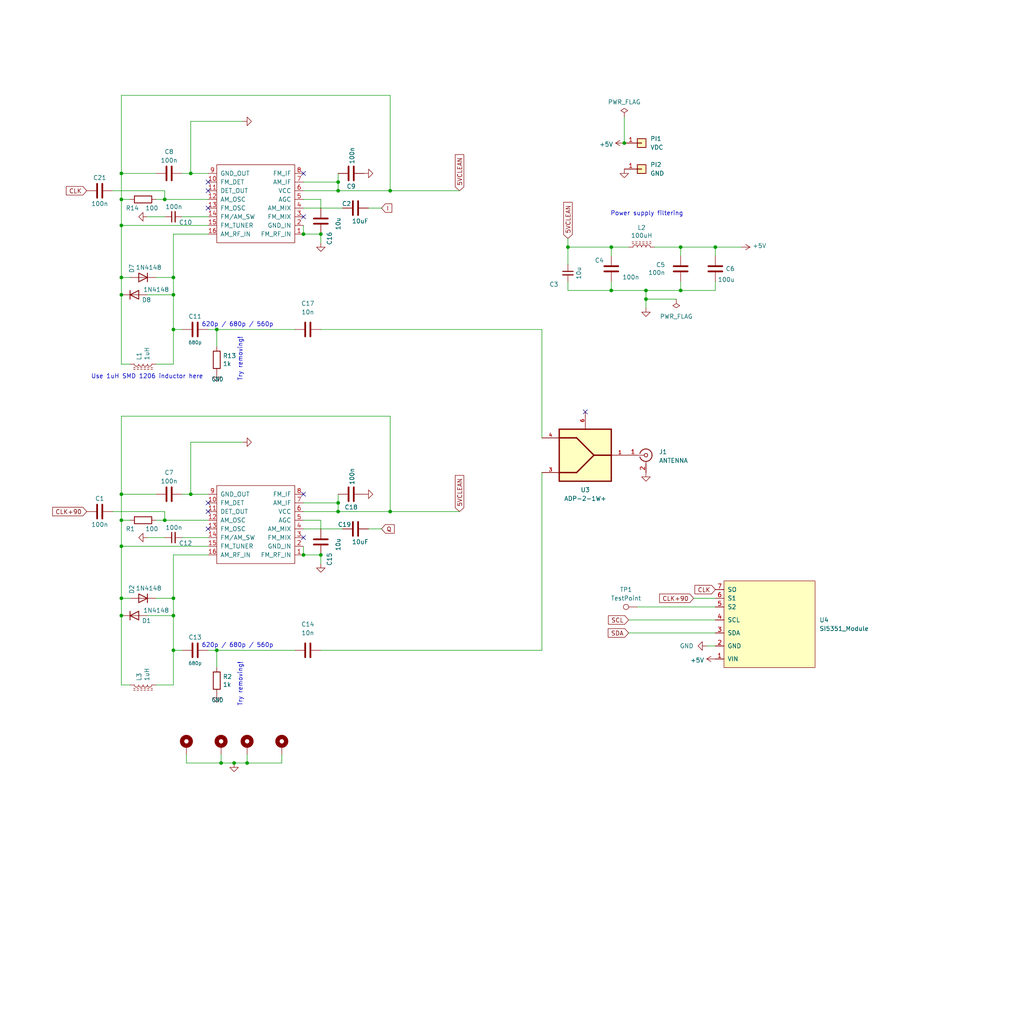
<source format=kicad_sch>
(kicad_sch (version 20230121) (generator eeschema)
  (paper "User" 299.999 299.999)
  (title_block (title "SDR using CD2003 DCRs") (date "2023-09-23") (rev "v1.01") (company "Rafal + Dhiru"))
  (lib_symbols
    (symbol "ADP-2-1W_:ADP-2-1W+" (pin_names (offset 1.016))
      (property "Reference" "U" (at -7.62 11.43 0))
      (property "Value" "ADP-2-1W+" (at -7.62 8.89 0))
      (symbol "ADP-2-1W+_0_0"
        (rectangle (start -7.62 -7.62) (end 7.62 7.62) (stroke (width 0.4064)) (fill (type background)))
        (polyline (pts (xy -7.62 0) (xy -2.54 0)) (stroke (width 0.4064)))
        (polyline (pts (xy 2.54 -5.08) (xy -2.54 0)) (stroke (width 0.4064)))
        (polyline (pts (xy 2.54 5.08) (xy -2.54 0)) (stroke (width 0.4064)))
        (polyline (pts (xy 7.62 -5.08) (xy 2.54 -5.08)) (stroke (width 0.4064)))
        (polyline (pts (xy 7.62 5.08) (xy 2.54 5.08)) (stroke (width 0.4064)))
        (pin passive line (at -12.7 0 0) (length 5.08) (name "~") (number "1"))
        (pin passive line (at 12.7 5.08 180) (length 5.08) (name "~") (number "3"))
        (pin passive line (at 12.7 -5.08 180) (length 5.08) (name "~") (number "4"))
        (pin passive line (at 0 -12.7 90) (length 5.08) (name "~") (number "6"))
      )
    )
    (symbol "Connector:Conn_Coaxial" (pin_names (offset 1.016) hide)
      (property "Reference" "J" (at 0.254 3.048 0))
      (property "Value" "Conn_Coaxial" (at 2.921 0 90))
      (symbol "Conn_Coaxial_0_1"
        (arc (start -1.778 -0.508) (mid 0.2311 -1.8066) (end 1.778 0) (stroke (width 0.254)))
        (polyline (pts (xy -2.54 0) (xy -0.508 0)))
        (polyline (pts (xy 0 -2.54) (xy 0 -1.778)))
        (circle (center 0 0) (radius 0.508) (stroke (width 0.2032)))
        (arc (start 1.778 0) (mid 0.2099 1.8101) (end -1.778 0.508) (stroke (width 0.254)))
      )
      (symbol "Conn_Coaxial_1_1"
        (pin passive line (at -5.08 0 0) (length 2.54) (name "In") (number "1"))
        (pin passive line (at 0 -5.08 90) (length 2.54) (name "Ext") (number "2"))
      )
    )
    (symbol "Connector:TestPoint" (pin_numbers hide) (pin_names (offset 0.762) hide)
      (property "Reference" "TP" (at 0 6.858 0))
      (property "Value" "TestPoint" (at 0 5.08 0))
      (symbol "TestPoint_0_1"
        (circle (center 0 3.302) (radius 0.762))
      )
      (symbol "TestPoint_1_1"
        (pin passive line (at 0 0 90) (length 2.54) (name "1") (number "1"))
      )
    )
    (symbol "Connector_Generic:Conn_01x01" (pin_names (offset 1.016) hide)
      (property "Reference" "J" (at 0 2.54 0))
      (property "Value" "Conn_01x01" (at 0 -2.54 0))
      (symbol "Conn_01x01_1_1"
        (rectangle (start -1.27 0.127) (end 0 -0.127) (stroke (width 0.1524)))
        (rectangle (start -1.27 1.27) (end 1.27 -1.27) (stroke (width 0.254)) (fill (type background)))
        (pin passive line (at -5.08 0 0) (length 3.81) (name "Pin_1") (number "1"))
      )
    )
    (symbol "D_1" (pin_numbers hide) (pin_names (offset 1.016) hide)
      (property "Reference" "D" (at 0 2.54 0))
      (property "Value" "D" (at 0 -2.54 0))
      (symbol "D_1_0_1"
        (polyline (pts (xy -1.27 1.27) (xy -1.27 -1.27)) (stroke (width 0.254)))
        (polyline (pts (xy 1.27 0) (xy -1.27 0)))
        (polyline (pts (xy 1.27 1.27) (xy 1.27 -1.27) (xy -1.27 0) (xy 1.27 1.27)) (stroke (width 0.254)))
      )
      (symbol "D_1_1_1"
        (pin passive line (at -3.81 0 0) (length 2.54) (name "K") (number "1"))
        (pin passive line (at 3.81 0 180) (length 2.54) (name "A") (number "2"))
      )
    )
    (symbol "Device:C" (pin_numbers hide) (pin_names (offset 0.254))
      (property "Reference" "C" (at 0.635 2.54 0))
      (property "Value" "C" (at 0.635 -2.54 0))
      (symbol "C_0_1"
        (polyline (pts (xy -2.032 -0.762) (xy 2.032 -0.762)) (stroke (width 0.508)))
        (polyline (pts (xy -2.032 0.762) (xy 2.032 0.762)) (stroke (width 0.508)))
      )
      (symbol "C_1_1"
        (pin passive line (at 0 3.81 270) (length 2.794) (name "~") (number "1"))
        (pin passive line (at 0 -3.81 90) (length 2.794) (name "~") (number "2"))
      )
    )
    (symbol "Device:C_Small" (pin_numbers hide) (pin_names (offset 0.254) hide)
      (property "Reference" "C" (at 0.254 1.778 0))
      (property "Value" "C_Small" (at 0.254 -2.032 0))
      (symbol "C_Small_0_1"
        (polyline (pts (xy -1.524 -0.508) (xy 1.524 -0.508)) (stroke (width 0.3302)))
        (polyline (pts (xy -1.524 0.508) (xy 1.524 0.508)) (stroke (width 0.3048)))
      )
      (symbol "C_Small_1_1"
        (pin passive line (at 0 2.54 270) (length 2.032) (name "~") (number "1"))
        (pin passive line (at 0 -2.54 90) (length 2.032) (name "~") (number "2"))
      )
    )
    (symbol "Device:D" (pin_numbers hide) (pin_names (offset 1.016) hide)
      (property "Reference" "D" (at 0 2.54 0))
      (property "Value" "D" (at 0 -2.54 0))
      (symbol "D_0_1"
        (polyline (pts (xy -1.27 1.27) (xy -1.27 -1.27)) (stroke (width 0.254)))
        (polyline (pts (xy 1.27 0) (xy -1.27 0)))
        (polyline (pts (xy 1.27 1.27) (xy 1.27 -1.27) (xy -1.27 0) (xy 1.27 1.27)) (stroke (width 0.254)))
      )
      (symbol "D_1_1"
        (pin passive line (at -3.81 0 0) (length 2.54) (name "K") (number "1"))
        (pin passive line (at 3.81 0 180) (length 2.54) (name "A") (number "2"))
      )
    )
    (symbol "Device:L_Ferrite" (pin_numbers hide) (pin_names (offset 1.016) hide)
      (property "Reference" "L" (at -1.27 0 90))
      (property "Value" "L_Ferrite" (at 2.794 0 90))
      (symbol "L_Ferrite_0_1"
        (arc (start 0 -2.54) (mid 0.6323 -1.905) (end 0 -1.27))
        (arc (start 0 -1.27) (mid 0.6323 -0.635) (end 0 0))
        (polyline (pts (xy 1.016 -2.794) (xy 1.016 -2.286)))
        (polyline (pts (xy 1.016 -1.778) (xy 1.016 -1.27)))
        (polyline (pts (xy 1.016 -0.762) (xy 1.016 -0.254)))
        (polyline (pts (xy 1.016 0.254) (xy 1.016 0.762)))
        (polyline (pts (xy 1.016 1.27) (xy 1.016 1.778)))
        (polyline (pts (xy 1.016 2.286) (xy 1.016 2.794)))
        (polyline (pts (xy 1.524 -2.286) (xy 1.524 -2.794)))
        (polyline (pts (xy 1.524 -1.27) (xy 1.524 -1.778)))
        (polyline (pts (xy 1.524 -0.254) (xy 1.524 -0.762)))
        (polyline (pts (xy 1.524 0.762) (xy 1.524 0.254)))
        (polyline (pts (xy 1.524 1.778) (xy 1.524 1.27)))
        (polyline (pts (xy 1.524 2.794) (xy 1.524 2.286)))
        (arc (start 0 0) (mid 0.6323 0.635) (end 0 1.27))
        (arc (start 0 1.27) (mid 0.6323 1.905) (end 0 2.54))
      )
      (symbol "L_Ferrite_1_1"
        (pin passive line (at 0 3.81 270) (length 1.27) (name "1") (number "1"))
        (pin passive line (at 0 -3.81 90) (length 1.27) (name "2") (number "2"))
      )
    )
    (symbol "Device:R" (pin_numbers hide) (pin_names (offset 0))
      (property "Reference" "R" (at 2.032 0 90))
      (property "Value" "R" (at 0 0 90))
      (symbol "R_0_1"
        (rectangle (start -1.016 -2.54) (end 1.016 2.54) (stroke (width 0.254)))
      )
      (symbol "R_1_1"
        (pin passive line (at 0 3.81 270) (length 1.27) (name "~") (number "1"))
        (pin passive line (at 0 -3.81 90) (length 1.27) (name "~") (number "2"))
      )
    )
    (symbol "Mechanical:MountingHole_Pad" (pin_numbers hide) (pin_names (offset 1.016) hide)
      (property "Reference" "H" (at 0 6.35 0))
      (property "Value" "MountingHole_Pad" (at 0 4.445 0))
      (symbol "MountingHole_Pad_0_1"
        (circle (center 0 1.27) (radius 1.27) (stroke (width 1.27)))
      )
      (symbol "MountingHole_Pad_1_1"
        (pin input line (at 0 -2.54 90) (length 2.54) (name "1") (number "1"))
      )
    )
    (symbol "PCM_4ms_Power-symbol:PWR_FLAG" (power) (pin_numbers hide) (pin_names (offset 0) hide)
      (property "Value" "PWR_FLAG" (at 0 3.81 0))
      (symbol "PWR_FLAG_0_0"
        (pin power_out line (at 0 0 90) (length 0) (name "pwr") (number "1"))
      )
      (symbol "PWR_FLAG_0_1"
        (polyline (pts (xy 0 0) (xy 0 1.27) (xy -1.016 1.905) (xy 0 2.54) (xy 1.016 1.905) (xy 0 1.27)))
      )
    )
    (symbol "cd2003gb_gp_fixed:CD2003GB_GP_Fixed" (pin_names (offset 1.016))
      (symbol "CD2003GB_GP_Fixed_0_1"
        (rectangle (start -11.43 17.78) (end 11.43 -5.08))
      )
      (symbol "CD2003GB_GP_Fixed_1_1"
        (pin input line (at -8.89 -7.62 90) (length 2.54) (name "FM_RF_IN") (number "1"))
        (pin input line (at 6.35 20.32 270) (length 2.54) (name "FM_DET") (number "10"))
        (pin input line (at 3.81 20.32 270) (length 2.54) (name "DET_OUT") (number "11"))
        (pin input line (at 1.27 20.32 270) (length 2.54) (name "AM_OSC") (number "12"))
        (pin input line (at -1.27 20.32 270) (length 2.54) (name "FM_OSC") (number "13"))
        (pin input line (at -3.81 20.32 270) (length 2.54) (name "FM/AM_SW") (number "14"))
        (pin input line (at -6.35 20.32 270) (length 2.54) (name "FM_TUNER") (number "15"))
        (pin input line (at -8.89 20.32 270) (length 2.54) (name "AM_RF_IN") (number "16"))
        (pin input line (at -6.35 -7.62 90) (length 2.54) (name "GND_IN") (number "2"))
        (pin input line (at -3.81 -7.62 90) (length 2.54) (name "FM_MIX") (number "3"))
        (pin input line (at -1.27 -7.62 90) (length 2.54) (name "AM_MIX") (number "4"))
        (pin passive line (at 1.27 -7.62 90) (length 2.54) (name "AGC") (number "5"))
        (pin input line (at 3.81 -7.62 90) (length 2.54) (name "VCC") (number "6"))
        (pin input line (at 6.35 -7.62 90) (length 2.54) (name "AM_IF") (number "7"))
        (pin input line (at 8.89 -7.62 90) (length 2.54) (name "FM_IF") (number "8"))
        (pin input line (at 8.89 20.32 270) (length 2.54) (name "GND_OUT") (number "9"))
      )
    )
    (symbol "power:+5V" (power) (pin_names (offset 0))
      (property "Value" "+5V" (at 0 3.556 0))
      (symbol "+5V_0_1"
        (polyline (pts (xy -0.762 1.27) (xy 0 2.54)))
        (polyline (pts (xy 0 0) (xy 0 2.54)))
        (polyline (pts (xy 0 2.54) (xy 0.762 1.27)))
      )
      (symbol "+5V_1_1"
        (pin power_in line (at 0 0 90) (length 0) hide (name "+5V") (number "1"))
      )
    )
    (symbol "power:GND" (power) (pin_names (offset 0))
      (property "Value" "GND" (at 0 -3.81 0))
      (symbol "GND_0_1"
        (polyline (pts (xy 0 0) (xy 0 -1.27) (xy 1.27 -1.27) (xy 0 -2.54) (xy -1.27 -1.27) (xy 0 -1.27)))
      )
      (symbol "GND_1_1"
        (pin power_in line (at 0 0 270) (length 0) hide (name "GND") (number "1"))
      )
    )
    (symbol "power:PWR_FLAG" (power) (pin_numbers hide) (pin_names (offset 0) hide)
      (property "Value" "PWR_FLAG" (at 0 3.81 0))
      (symbol "PWR_FLAG_0_0"
        (pin power_out line (at 0 0 90) (length 0) (name "pwr") (number "1"))
      )
      (symbol "PWR_FLAG_0_1"
        (polyline (pts (xy 0 0) (xy 0 1.27) (xy -1.016 1.905) (xy 0 2.54) (xy 1.016 1.905) (xy 0 1.27)))
      )
    )
    (symbol "si535x_module-vfo:SI535X_Module-VFO-ESP-WSPR-PCB-TTL-PA_FINAL-rescue-DIGI_UNO_TX-rescue-DTX-rescue" (pin_names (offset 1.016))
      (property "Reference" "U4" (at -1.27 13.97 0))
      (property "Value" "SI5351_Module" (at 0 -10.795 90))
      (symbol "SI535X_Module-VFO-ESP-WSPR-PCB-TTL-PA_FINAL-rescue-DIGI_UNO_TX-rescue-DTX-rescue_0_1"
        (rectangle (start -12.7 12.7) (end 13.97 -12.7) (fill (type background)))
      )
      (symbol "SI535X_Module-VFO-ESP-WSPR-PCB-TTL-PA_FINAL-rescue-DIGI_UNO_TX-rescue-DTX-rescue_1_1"
        (pin input line (at -15.24 -10.16 0) (length 2.54) (name "VIN") (number "1"))
        (pin input line (at -15.24 -6.35 0) (length 2.54) (name "GND") (number "2"))
        (pin bidirectional line (at -15.24 -2.54 0) (length 2.54) (name "SDA") (number "3"))
        (pin bidirectional line (at -15.24 1.27 0) (length 2.54) (name "SCL") (number "4"))
        (pin output line (at -15.24 5.08 0) (length 2.54) (name "S2") (number "5"))
        (pin output line (at -15.24 7.62 0) (length 2.54) (name "S1") (number "6"))
        (pin output line (at -15.24 10.16 0) (length 2.54) (name "SO") (number "7"))
      )
    )
  )
  (junction (at 50.8 86.36))
  (junction (at 88.9 162.56))
  (junction (at 114.3 149.86))
  (junction (at 35.56 180.34))
  (junction (at 93.98 162.56))
  (junction (at 182.88 41.91))
  (junction (at 50.8 96.52))
  (junction (at 48.26 152.4))
  (junction (at 50.8 180.34))
  (junction (at 88.9 68.58))
  (junction (at 199.39 72.39))
  (junction (at 50.8 81.28))
  (junction (at 50.8 175.26))
  (junction (at 189.23 85.09))
  (junction (at 179.07 72.39))
  (junction (at 72.39 223.52))
  (junction (at 48.26 58.42))
  (junction (at 99.06 53.34))
  (junction (at 99.06 149.86))
  (junction (at 35.56 86.36))
  (junction (at 55.88 50.8))
  (junction (at 93.98 68.58))
  (junction (at 99.06 55.88))
  (junction (at 166.37 72.39))
  (junction (at 209.55 72.39))
  (junction (at 114.3 55.88))
  (junction (at 63.5 190.5))
  (junction (at 55.88 144.78))
  (junction (at 35.56 175.26))
  (junction (at 99.06 147.32))
  (junction (at 199.39 85.09))
  (junction (at 68.58 223.52))
  (junction (at 64.77 223.52))
  (junction (at 50.8 190.5))
  (junction (at 179.07 85.09))
  (junction (at 35.56 66.04))
  (junction (at 35.56 50.8))
  (junction (at 35.56 58.42))
  (junction (at 63.5 96.52))
  (junction (at 189.23 87.63))
  (junction (at 35.56 160.02))
  (junction (at 35.56 144.78))
  (junction (at 35.56 81.28))
  (junction (at 35.56 152.4))
  (no_connect (at 60.96 149.86))
  (no_connect (at 60.96 60.96))
  (no_connect (at 88.9 63.5))
  (no_connect (at 60.96 55.88))
  (no_connect (at 88.9 157.48))
  (no_connect (at 60.96 147.32))
  (no_connect (at 171.45 120.65))
  (no_connect (at 60.96 53.34))
  (no_connect (at 88.9 144.78))
  (no_connect (at 60.96 154.94))
  (no_connect (at 88.9 50.8))
  (wire (pts (xy 35.56 152.4) (xy 35.56 144.78)))
  (wire (pts (xy 63.5 190.5) (xy 86.36 190.5)))
  (wire (pts (xy 64.77 223.52) (xy 68.58 223.52)))
  (wire (pts (xy 38.1 200.66) (xy 35.56 200.66)))
  (wire (pts (xy 182.88 34.29) (xy 182.88 41.91)))
  (wire (pts (xy 93.98 162.56) (xy 93.98 165.1)))
  (wire (pts (xy 50.8 162.56) (xy 50.8 175.26)))
  (wire (pts (xy 50.8 96.52) (xy 53.34 96.52)))
  (wire (pts (xy 53.34 50.8) (xy 55.88 50.8)))
  (wire (pts (xy 60.96 96.52) (xy 63.5 96.52)))
  (wire (pts (xy 179.07 85.09) (xy 189.23 85.09)))
  (wire (pts (xy 45.72 81.28) (xy 50.8 81.28)))
  (wire (pts (xy 99.06 147.32) (xy 99.06 149.86)))
  (wire (pts (xy 63.5 101.6) (xy 63.5 96.52)))
  (wire (pts (xy 158.75 96.52) (xy 158.75 128.27)))
  (wire (pts (xy 93.98 68.58) (xy 93.98 71.12)))
  (wire (pts (xy 114.3 55.88) (xy 134.62 55.88)))
  (wire (pts (xy 72.39 220.98) (xy 72.39 223.52)))
  (wire (pts (xy 53.34 157.48) (xy 60.96 157.48)))
  (wire (pts (xy 184.15 181.61) (xy 209.55 181.61)))
  (wire (pts (xy 43.18 157.48) (xy 48.26 157.48)))
  (wire (pts (xy 209.55 177.8) (xy 186.69 177.8)))
  (wire (pts (xy 35.56 160.02) (xy 35.56 175.26)))
  (wire (pts (xy 166.37 72.39) (xy 166.37 77.47)))
  (wire (pts (xy 209.55 82.55) (xy 209.55 85.09)))
  (wire (pts (xy 54.61 223.52) (xy 64.77 223.52)))
  (wire (pts (xy 38.1 81.28) (xy 35.56 81.28)))
  (wire (pts (xy 35.56 121.92) (xy 114.3 121.92)))
  (wire (pts (xy 55.88 50.8) (xy 55.88 35.56)))
  (wire (pts (xy 184.15 185.42) (xy 209.55 185.42)))
  (wire (pts (xy 88.9 154.94) (xy 100.33 154.94)))
  (wire (pts (xy 55.88 35.56) (xy 71.12 35.56)))
  (wire (pts (xy 166.37 72.39) (xy 179.07 72.39)))
  (wire (pts (xy 43.18 180.34) (xy 50.8 180.34)))
  (wire (pts (xy 166.37 82.55) (xy 166.37 85.09)))
  (wire (pts (xy 88.9 60.96) (xy 100.33 60.96)))
  (wire (pts (xy 45.72 152.4) (xy 48.26 152.4)))
  (wire (pts (xy 93.98 190.5) (xy 158.75 190.5)))
  (wire (pts (xy 48.26 149.86) (xy 48.26 152.4)))
  (wire (pts (xy 114.3 121.92) (xy 114.3 149.86)))
  (wire (pts (xy 189.23 85.09) (xy 199.39 85.09)))
  (wire (pts (xy 93.98 96.52) (xy 158.75 96.52)))
  (wire (pts (xy 209.55 72.39) (xy 217.17 72.39)))
  (wire (pts (xy 35.56 50.8) (xy 45.72 50.8)))
  (wire (pts (xy 60.96 50.8) (xy 55.88 50.8)))
  (wire (pts (xy 38.1 175.26) (xy 35.56 175.26)))
  (wire (pts (xy 199.39 72.39) (xy 199.39 74.93)))
  (wire (pts (xy 207.01 189.23) (xy 209.55 189.23)))
  (wire (pts (xy 99.06 50.8) (xy 99.06 53.34)))
  (wire (pts (xy 53.34 63.5) (xy 60.96 63.5)))
  (wire (pts (xy 88.9 53.34) (xy 99.06 53.34)))
  (wire (pts (xy 45.72 175.26) (xy 50.8 175.26)))
  (wire (pts (xy 99.06 149.86) (xy 114.3 149.86)))
  (wire (pts (xy 114.3 149.86) (xy 134.62 149.86)))
  (wire (pts (xy 209.55 72.39) (xy 209.55 74.93)))
  (wire (pts (xy 199.39 72.39) (xy 209.55 72.39)))
  (wire (pts (xy 54.61 220.98) (xy 54.61 223.52)))
  (wire (pts (xy 50.8 86.36) (xy 50.8 81.28)))
  (wire (pts (xy 60.96 144.78) (xy 55.88 144.78)))
  (wire (pts (xy 35.56 58.42) (xy 35.56 50.8)))
  (wire (pts (xy 99.06 53.34) (xy 99.06 55.88)))
  (wire (pts (xy 179.07 74.93) (xy 179.07 72.39)))
  (wire (pts (xy 50.8 96.52) (xy 50.8 86.36)))
  (wire (pts (xy 35.56 66.04) (xy 35.56 58.42)))
  (wire (pts (xy 50.8 200.66) (xy 45.72 200.66)))
  (wire (pts (xy 50.8 68.58) (xy 60.96 68.58)))
  (wire (pts (xy 43.18 86.36) (xy 50.8 86.36)))
  (wire (pts (xy 88.9 147.32) (xy 99.06 147.32)))
  (wire (pts (xy 114.3 27.94) (xy 114.3 55.88)))
  (wire (pts (xy 43.18 63.5) (xy 48.26 63.5)))
  (wire (pts (xy 35.56 175.26) (xy 35.56 180.34)))
  (wire (pts (xy 50.8 190.5) (xy 50.8 200.66)))
  (wire (pts (xy 68.58 223.52) (xy 72.39 223.52)))
  (wire (pts (xy 88.9 149.86) (xy 99.06 149.86)))
  (wire (pts (xy 35.56 180.34) (xy 35.56 200.66)))
  (wire (pts (xy 199.39 82.55) (xy 199.39 85.09)))
  (wire (pts (xy 35.56 81.28) (xy 35.56 86.36)))
  (wire (pts (xy 35.56 66.04) (xy 60.96 66.04)))
  (wire (pts (xy 35.56 160.02) (xy 35.56 152.4)))
  (wire (pts (xy 88.9 68.58) (xy 93.98 68.58)))
  (wire (pts (xy 203.2 175.26) (xy 209.55 175.26)))
  (wire (pts (xy 35.56 160.02) (xy 60.96 160.02)))
  (wire (pts (xy 35.56 50.8) (xy 35.56 27.94)))
  (wire (pts (xy 63.5 195.58) (xy 63.5 190.5)))
  (wire (pts (xy 64.77 220.98) (xy 64.77 223.52)))
  (wire (pts (xy 55.88 129.54) (xy 71.12 129.54)))
  (wire (pts (xy 48.26 58.42) (xy 60.96 58.42)))
  (wire (pts (xy 88.9 55.88) (xy 99.06 55.88)))
  (wire (pts (xy 38.1 106.68) (xy 35.56 106.68)))
  (wire (pts (xy 107.95 154.94) (xy 111.76 154.94)))
  (wire (pts (xy 50.8 68.58) (xy 50.8 81.28)))
  (wire (pts (xy 48.26 152.4) (xy 60.96 152.4)))
  (wire (pts (xy 179.07 82.55) (xy 179.07 85.09)))
  (wire (pts (xy 53.34 144.78) (xy 55.88 144.78)))
  (wire (pts (xy 35.56 27.94) (xy 114.3 27.94)))
  (wire (pts (xy 38.1 58.42) (xy 35.56 58.42)))
  (wire (pts (xy 189.23 90.17) (xy 189.23 87.63)))
  (wire (pts (xy 50.8 180.34) (xy 50.8 190.5)))
  (wire (pts (xy 60.96 190.5) (xy 63.5 190.5)))
  (wire (pts (xy 45.72 106.68) (xy 50.8 106.68)))
  (wire (pts (xy 166.37 69.85) (xy 166.37 72.39)))
  (wire (pts (xy 35.56 66.04) (xy 35.56 81.28)))
  (wire (pts (xy 99.06 55.88) (xy 114.3 55.88)))
  (wire (pts (xy 189.23 87.63) (xy 198.12 87.63)))
  (wire (pts (xy 50.8 96.52) (xy 50.8 106.68)))
  (wire (pts (xy 35.56 86.36) (xy 35.56 106.68)))
  (wire (pts (xy 166.37 85.09) (xy 179.07 85.09)))
  (wire (pts (xy 33.02 55.88) (xy 48.26 55.88)))
  (wire (pts (xy 50.8 162.56) (xy 60.96 162.56)))
  (wire (pts (xy 93.98 58.42) (xy 93.98 60.96)))
  (wire (pts (xy 93.98 152.4) (xy 93.98 154.94)))
  (wire (pts (xy 99.06 144.78) (xy 99.06 147.32)))
  (wire (pts (xy 88.9 160.02) (xy 88.9 162.56)))
  (wire (pts (xy 45.72 58.42) (xy 48.26 58.42)))
  (wire (pts (xy 199.39 85.09) (xy 209.55 85.09)))
  (wire (pts (xy 55.88 144.78) (xy 55.88 129.54)))
  (wire (pts (xy 48.26 55.88) (xy 48.26 58.42)))
  (wire (pts (xy 35.56 144.78) (xy 45.72 144.78)))
  (wire (pts (xy 82.55 223.52) (xy 82.55 220.98)))
  (wire (pts (xy 88.9 66.04) (xy 88.9 68.58)))
  (wire (pts (xy 179.07 72.39) (xy 184.15 72.39)))
  (wire (pts (xy 191.77 72.39) (xy 199.39 72.39)))
  (wire (pts (xy 88.9 152.4) (xy 93.98 152.4)))
  (wire (pts (xy 50.8 180.34) (xy 50.8 175.26)))
  (wire (pts (xy 88.9 58.42) (xy 93.98 58.42)))
  (wire (pts (xy 63.5 96.52) (xy 86.36 96.52)))
  (wire (pts (xy 38.1 152.4) (xy 35.56 152.4)))
  (wire (pts (xy 88.9 162.56) (xy 93.98 162.56)))
  (wire (pts (xy 189.23 87.63) (xy 189.23 85.09)))
  (wire (pts (xy 35.56 144.78) (xy 35.56 121.92)))
  (wire (pts (xy 50.8 190.5) (xy 53.34 190.5)))
  (wire (pts (xy 158.75 138.43) (xy 158.75 190.5)))
  (wire (pts (xy 33.02 149.86) (xy 48.26 149.86)))
  (wire (pts (xy 72.39 223.52) (xy 82.55 223.52)))
  (wire (pts (xy 107.95 60.96) (xy 111.76 60.96)))
  (text "620p / 680p / 560p" (at 59.055 189.865 0) (effects (font (size 1.27 1.27)) (justify left bottom)))
  (text "Use 1uH SMD 1206 inductor here" (at 26.67 111.125 0) (effects (font (size 1.27 1.27)) (justify left bottom)))
  (text "Power supply filtering" (at 178.816 63.373 0) (effects (font (size 1.27 1.27)) (justify left bottom)))
  (text "620p / 680p / 560p" (at 59.055 95.885 0) (effects (font (size 1.27 1.27)) (justify left bottom)))
  (text "Try removing!" (at 71.12 111.76 90) (effects (font (size 1.27 1.27)) (justify left bottom)))
  (text "Try removing!" (at 71.12 207.01 90) (effects (font (size 1.27 1.27)) (justify left bottom)))
  (global_label "CLK" (shape input) (at 25.4 55.88 180) (property "Intersheetrefs" "${INTERSHEET_REFS}" (effects hide)))
  (global_label "5VCLEAN" (shape input) (at 134.62 149.86 90) (property "Intersheetrefs" "${INTERSHEET_REFS}" (effects hide)))
  (global_label "I" (shape input) (at 111.76 60.96 0) (property "Intersheetrefs" "${INTERSHEET_REFS}" (effects hide)))
  (global_label "CLK+90" (shape input) (at 203.2 175.26 180) (property "Intersheetrefs" "${INTERSHEET_REFS}" (effects hide)))
  (global_label "Q" (shape input) (at 111.76 154.94 0) (property "Intersheetrefs" "${INTERSHEET_REFS}" (effects hide)))
  (global_label "5VCLEAN" (shape input) (at 134.62 55.88 90) (property "Intersheetrefs" "${INTERSHEET_REFS}" (effects hide)))
  (global_label "CLK+90" (shape input) (at 25.4 149.86 180) (property "Intersheetrefs" "${INTERSHEET_REFS}" (effects hide)))
  (global_label "SDA" (shape input) (at 184.15 185.42 180) (property "Intersheetrefs" "${INTERSHEET_REFS}" (effects hide)))
  (global_label "CLK" (shape input) (at 209.55 172.72 180) (property "Intersheetrefs" "${INTERSHEET_REFS}" (effects hide)))
  (global_label "5VCLEAN" (shape input) (at 166.37 69.85 90) (property "Intersheetrefs" "${INTERSHEET_REFS}" (effects hide)))
  (global_label "SCL" (shape input) (at 184.15 181.61 180) (property "Intersheetrefs" "${INTERSHEET_REFS}" (effects hide)))
  (symbol (lib_id "Device:C_Small") (at 50.8 157.48 90) (unit 1)
    (property "Reference" "C12" (at 54.356 159.131 90))
    (property "Value" "100n" (at 50.927 154.559 90))
    (property "Footprint" "Capacitor_SMD:C_1206_3216Metric_Pad1.33x1.80mm_HandSolder" (effects hide))
  )
  (symbol (lib_id "Device:L_Ferrite") (at 41.91 106.68 270) (unit 1)
    (property "Reference" "L1" (at 40.7416 105.5624 0) (effects (justify right)))
    (property "Value" "1uH" (at 43.053 105.5624 0) (effects (justify right)))
    (property "Footprint" "Inductor_SMD:L_1206_3216Metric_Pad1.22x1.90mm_HandSolder" (effects hide))
  )
  (symbol (lib_id "Device:C") (at 29.21 149.86 270) (unit 1)
    (property "Reference" "C1" (at 29.21 146.05 90))
    (property "Value" "100n" (at 29.21 153.67 90))
    (property "Footprint" "Capacitor_SMD:C_1206_3216Metric_Pad1.33x1.80mm_HandSolder" (effects hide))
  )
  (symbol (lib_id "Device:C") (at 104.14 60.96 90) (mirror x) (unit 1)
    (property "Reference" "C2" (at 102.87 59.69 90) (effects (justify left)))
    (property "Value" "10uF" (at 107.95 64.77 90) (effects (justify left)))
    (property "Footprint" "Capacitor_SMD:C_1206_3216Metric_Pad1.33x1.80mm_HandSolder" (effects hide))
  )
  (symbol (lib_id "Device:C") (at 93.98 64.77 0) (unit 1)
    (property "Reference" "C16" (at 96.52 69.85 90))
    (property "Value" " 10u" (at 99.06 66.04 90))
    (property "Footprint" "Capacitor_SMD:C_1206_3216Metric_Pad1.33x1.80mm_HandSolder" (effects hide))
  )
  (symbol (lib_id "Device:C") (at 102.87 50.8 90) (unit 1)
    (property "Reference" "C9" (at 102.87 54.61 90))
    (property "Value" "100n" (at 103.124 45.593 0))
    (property "Footprint" "Capacitor_SMD:C_1206_3216Metric_Pad1.33x1.80mm_HandSolder" (effects hide))
  )
  (symbol (lib_id "power:+5V") (at 182.88 41.91 90) (mirror x) (unit 1)
    (property "Reference" "#PWR011" (effects hide))
    (property "Value" "+5V" (at 179.6288 42.291 90) (effects (justify left)))
  )
  (symbol (lib_id "Device:R") (at 63.5 199.39 0) (unit 1)
    (property "Reference" "R2" (at 65.278 198.2216 0) (effects (justify left)))
    (property "Value" "1k" (at 65.278 200.533 0) (effects (justify left)))
    (property "Footprint" "Resistor_SMD:R_1206_3216Metric_Pad1.30x1.75mm_HandSolder" (effects hide))
  )
  (symbol (lib_id "cd2003gb_gp_fixed:CD2003GB_GP_Fixed") (at 81.28 59.69 90) (unit 1)
    (property "Reference" "U1" (effects hide))
    (property "Value" "CD2003GB_GP" (effects hide))
    (property "Footprint" "Package_DIP:DIP-16_W7.62mm_Socket" (effects hide))
  )
  (symbol (lib_id "Device:C") (at 29.21 55.88 270) (unit 1)
    (property "Reference" "C21" (at 29.21 52.07 90))
    (property "Value" "100n" (at 29.21 59.69 90))
    (property "Footprint" "Capacitor_SMD:C_1206_3216Metric_Pad1.33x1.80mm_HandSolder" (effects hide))
  )
  (symbol (lib_id "Device:C_Small") (at 50.8 63.5 90) (unit 1)
    (property "Reference" "C10" (at 54.356 65.151 90))
    (property "Value" "100n" (at 50.927 60.579 90))
    (property "Footprint" "Capacitor_SMD:C_1206_3216Metric_Pad1.33x1.80mm_HandSolder" (effects hide))
  )
  (symbol (lib_id "Connector_Generic:Conn_01x01") (at 187.96 49.53 0) (unit 1)
    (property "Reference" "PI2" (at 190.5 48.26 0) (effects (justify left)))
    (property "Value" "GND" (at 190.5 50.8 0) (effects (justify left)))
    (property "Footprint" "TestPoint:TestPoint_Pad_4.0x4.0mm" (effects hide))
  )
  (symbol (lib_id "power:GND") (at 71.12 35.56 90) (unit 1)
    (property "Reference" "#PWR0132" (effects hide))
    (property "Value" "GNDPWR" (effects hide))
  )
  (symbol (lib_id "Device:D") (at 39.37 86.36 0) (unit 1)
    (property "Reference" "D8" (at 42.926 87.8586 0))
    (property "Value" "1N4148" (at 45.7454 84.836 0))
    (property "Footprint" "Diode_SMD:D_SOD-323_HandSoldering" (effects hide))
    (property "Sim.Device" "D" (effects hide))
    (property "Sim.Pins" "1=K 2=A" (effects hide))
  )
  (symbol (lib_id "Device:C") (at 209.55 78.74 0) (mirror y) (unit 1)
    (property "Reference" "C6" (at 215.265 78.74 0) (effects (justify left)))
    (property "Value" "100u" (at 215.265 81.915 0) (effects (justify left)))
    (property "Footprint" "Capacitor_SMD:C_1206_3216Metric_Pad1.33x1.80mm_HandSolder" (effects hide))
  )
  (symbol (lib_id "Device:C") (at 104.14 154.94 90) (mirror x) (unit 1)
    (property "Reference" "C19" (at 102.87 153.67 90) (effects (justify left)))
    (property "Value" "10uF" (at 107.95 158.75 90) (effects (justify left)))
    (property "Footprint" "Capacitor_SMD:C_1206_3216Metric_Pad1.33x1.80mm_HandSolder" (effects hide))
  )
  (symbol (lib_id "power:GND") (at 189.23 90.17 0) (unit 1)
    (property "Reference" "#PWR03" (effects hide))
    (property "Value" "GNDPWR" (effects hide))
  )
  (symbol (lib_id "Mechanical:MountingHole_Pad") (at 64.77 218.44 0) (unit 1)
    (property "Reference" "H2" (effects hide))
    (property "Value" "MountingHole_Pad" (effects hide))
    (property "Footprint" "MountingHole:MountingHole_2.2mm_M2_Pad_Via" (effects hide))
  )
  (symbol (lib_id "power:GND") (at 207.01 189.23 270) (unit 1)
    (property "Reference" "#PWR013" (effects hide))
    (property "Value" "GND" (at 203.2 189.23 90) (effects (justify right)))
  )
  (symbol (lib_id "Device:C_Small") (at 166.37 80.01 0) (unit 1)
    (property "Reference" "C3" (at 160.909 83.312 0) (effects (justify left)))
    (property "Value" "10u" (at 169.545 81.915 90) (effects (justify left)))
    (property "Footprint" "Capacitor_SMD:C_1206_3216Metric_Pad1.33x1.80mm_HandSolder" (effects hide))
  )
  (symbol (lib_id "Device:C") (at 49.53 50.8 90) (mirror x) (unit 1)
    (property "Reference" "C8" (at 49.53 44.45 90))
    (property "Value" "100n" (at 49.53 46.99 90))
    (property "Footprint" "Capacitor_SMD:C_1206_3216Metric_Pad1.33x1.80mm_HandSolder" (effects hide))
  )
  (symbol (lib_id "power:GND") (at 43.18 157.48 270) (unit 1)
    (property "Reference" "#PWR01" (effects hide))
    (property "Value" "GNDPWR" (effects hide))
  )
  (symbol (lib_name "D_1") (lib_id "Device:D") (at 41.91 175.26 180) (unit 1)
    (property "Reference" "D2" (at 38.608 173.99 90) (effects (justify right)))
    (property "Value" "1N4148" (at 39.751 172.339 0) (effects (justify right)))
    (property "Footprint" "Diode_SMD:D_SOD-323_HandSoldering" (effects hide))
    (property "Sim.Device" "D" (effects hide))
    (property "Sim.Pins" "1=K 2=A" (effects hide))
  )
  (symbol (lib_id "ADP-2-1W_:ADP-2-1W+") (at 171.45 133.35 180) (unit 1)
    (property "Reference" "U3" (at 171.45 143.51 0))
    (property "Value" "ADP-2-1W+" (at 171.45 146.05 0))
    (property "Footprint" "footprints:MC-CDXXX-Modded" (effects hide))
    (property "MF" "Mini-Circuits" (effects hide))
    (property "Description" "\nRF Power Divider 1 MHz ~ 650 MHz Isolation (Min) 20dB, 3° Imbalance (Max) 6-SMD, Flat Leads\n" (effects hide))
    (property "Package" "None" (effects hide))
    (property "Price" "None" (effects hide))
    (property "SnapEDA_Link" "https://www.snapeda.com/parts/ADP-2-1W+/Mini-Circuits/view-part/?ref=snap" (effects hide))
    (property "MP" "ADP-2-1W+" (effects hide))
    (property "Purchase-URL" "https://www.snapeda.com/api/url_track_click_mouser/?unipart_id=580992&manufacturer=Mini-Circuits&part_name=ADP-2-1W+&search_term=None" (effects hide))
    (property "Availability" "In Stock" (effects hide))
    (property "Check_prices" "https://www.snapeda.com/parts/ADP-2-1W+/Mini-Circuits/view-part/?ref=eda" (effects hide))
  )
  (symbol (lib_id "Device:C") (at 199.39 78.74 0) (mirror y) (unit 1)
    (property "Reference" "C5" (at 194.8688 77.5716 0) (effects (justify left)))
    (property "Value" "100n" (at 194.8688 79.883 0) (effects (justify left)))
    (property "Footprint" "Capacitor_SMD:C_1206_3216Metric_Pad1.33x1.80mm_HandSolder" (effects hide))
  )
  (symbol (lib_id "Device:C") (at 93.98 158.75 0) (unit 1)
    (property "Reference" "C15" (at 96.52 163.83 90))
    (property "Value" " 10u" (at 99.06 160.02 90))
    (property "Footprint" "Capacitor_SMD:C_1206_3216Metric_Pad1.33x1.80mm_HandSolder" (effects hide))
  )
  (symbol (lib_id "power:GND") (at 93.98 71.12 0) (unit 1)
    (property "Reference" "#PWR02" (effects hide))
    (property "Value" "GNDPWR" (effects hide))
  )
  (symbol (lib_id "power:GND") (at 43.18 63.5 270) (unit 1)
    (property "Reference" "#PWR0131" (effects hide))
    (property "Value" "GNDPWR" (effects hide))
  )
  (symbol (lib_id "power:GND") (at 63.5 203.2 0) (unit 1)
    (property "Reference" "#U$05" (effects hide))
    (property "Value" "~" (at 61.976 205.74 0) (effects (font (size 1.27 1.0795)) (justify left bottom)))
    (property "Footprint" "Adafruit Si5351A:" (effects hide))
  )
  (symbol (lib_id "power:GND") (at 68.58 223.52 0) (unit 1)
    (property "Reference" "#PWR010" (effects hide))
    (property "Value" "GNDPWR" (effects hide))
  )
  (symbol (lib_id "Device:R") (at 63.5 105.41 0) (unit 1)
    (property "Reference" "R13" (at 65.278 104.2416 0) (effects (justify left)))
    (property "Value" "1k" (at 65.278 106.553 0) (effects (justify left)))
    (property "Footprint" "Resistor_SMD:R_1206_3216Metric_Pad1.30x1.75mm_HandSolder" (effects hide))
  )
  (symbol (lib_id "Device:C") (at 49.53 144.78 90) (mirror x) (unit 1)
    (property "Reference" "C7" (at 49.53 138.43 90))
    (property "Value" "100n" (at 49.53 140.97 90))
    (property "Footprint" "Capacitor_SMD:C_1206_3216Metric_Pad1.33x1.80mm_HandSolder" (effects hide))
  )
  (symbol (lib_id "PCM_4ms_Power-symbol:PWR_FLAG") (at 198.12 87.63 180) (unit 1)
    (property "Reference" "#FLG01" (effects hide))
    (property "Value" "PWR_FLAG" (at 198.12 92.71 0))
  )
  (symbol (lib_id "si535x_module-vfo:SI535X_Module-VFO-ESP-WSPR-PCB-TTL-PA_FINAL-rescue-DIGI_UNO_TX-rescue-DTX-rescue") (at 224.79 182.88 0) (unit 1)
    (property "Reference" "U4" (at 240.03 181.61 0) (effects (justify left)))
    (property "Value" "SI5351_Module" (at 240.03 184.15 0) (effects (justify left)))
    (property "Footprint" "footprints:SI5351 Module" (effects hide))
  )
  (symbol (lib_id "Device:C") (at 90.17 96.52 90) (unit 1)
    (property "Reference" "C17" (at 90.17 88.9 90))
    (property "Value" "10n" (at 90.17 91.44 90))
    (property "Footprint" "Capacitor_SMD:C_1206_3216Metric_Pad1.33x1.80mm_HandSolder" (effects hide))
  )
  (symbol (lib_id "Device:C") (at 102.87 144.78 90) (unit 1)
    (property "Reference" "C18" (at 102.87 148.59 90))
    (property "Value" "100n" (at 103.124 139.573 0))
    (property "Footprint" "Capacitor_SMD:C_1206_3216Metric_Pad1.33x1.80mm_HandSolder" (effects hide))
  )
  (symbol (lib_id "power:GND") (at 63.5 109.22 0) (unit 1)
    (property "Reference" "#U$0102" (effects hide))
    (property "Value" "~" (at 61.976 111.76 0) (effects (font (size 1.27 1.0795)) (justify left bottom)))
    (property "Footprint" "Adafruit Si5351A:" (effects hide))
  )
  (symbol (lib_id "power:GND") (at 93.98 165.1 0) (unit 1)
    (property "Reference" "#PWR07" (effects hide))
    (property "Value" "GNDPWR" (effects hide))
  )
  (symbol (lib_id "power:+5V") (at 209.55 193.04 90) (mirror x) (unit 1)
    (property "Reference" "#PWR014" (effects hide))
    (property "Value" "+5V" (at 206.2988 193.421 90) (effects (justify left)))
  )
  (symbol (lib_id "power:GND") (at 106.68 144.78 90) (unit 1)
    (property "Reference" "#PWR08" (effects hide))
    (property "Value" "GNDPWR" (effects hide))
  )
  (symbol (lib_id "Device:C") (at 90.17 190.5 90) (unit 1)
    (property "Reference" "C14" (at 90.17 182.88 90))
    (property "Value" "10n" (at 90.17 185.42 90))
    (property "Footprint" "Capacitor_SMD:C_1206_3216Metric_Pad1.33x1.80mm_HandSolder" (effects hide))
  )
  (symbol (lib_id "power:GND") (at 182.88 49.53 0) (unit 1)
    (property "Reference" "#PWR012" (effects hide))
    (property "Value" "GND" (effects hide))
  )
  (symbol (lib_id "Device:R") (at 41.91 58.42 270) (unit 1)
    (property "Reference" "R14" (at 36.83 60.96 90) (effects (justify left)))
    (property "Value" "100" (at 42.545 60.96 90) (effects (justify left)))
    (property "Footprint" "Resistor_SMD:R_1206_3216Metric_Pad1.30x1.75mm_HandSolder" (effects hide))
  )
  (symbol (lib_id "Mechanical:MountingHole_Pad") (at 54.61 218.44 0) (unit 1)
    (property "Reference" "H1" (effects hide))
    (property "Value" "MountingHole_Pad" (effects hide))
    (property "Footprint" "MountingHole:MountingHole_2.2mm_M2_Pad_Via" (effects hide))
  )
  (symbol (lib_id "Device:C") (at 57.15 190.5 270) (unit 1)
    (property "Reference" "C13" (at 57.15 186.69 90))
    (property "Value" "680p" (at 57.15 194.31 90) (effects (font (size 1 1))))
    (property "Footprint" "Capacitor_SMD:C_1206_3216Metric_Pad1.33x1.80mm_HandSolder" (effects hide))
  )
  (symbol (lib_id "Device:L_Ferrite") (at 187.96 72.39 270) (mirror x) (unit 1)
    (property "Reference" "L2" (at 187.96 66.675 90))
    (property "Value" "100uH" (at 187.96 68.9864 90))
    (property "Footprint" "Inductor_SMD:L_1206_3216Metric_Pad1.22x1.90mm_HandSolder" (effects hide))
  )
  (symbol (lib_id "Device:D") (at 39.37 180.34 0) (unit 1)
    (property "Reference" "D1" (at 42.926 181.8386 0))
    (property "Value" "1N4148" (at 45.7454 178.816 0))
    (property "Footprint" "Diode_SMD:D_SOD-323_HandSoldering" (effects hide))
    (property "Sim.Device" "D" (effects hide))
    (property "Sim.Pins" "1=K 2=A" (effects hide))
  )
  (symbol (lib_id "Mechanical:MountingHole_Pad") (at 72.39 218.44 0) (unit 1)
    (property "Reference" "H3" (effects hide))
    (property "Value" "MountingHole_Pad" (effects hide))
    (property "Footprint" "MountingHole:MountingHole_2.2mm_M2_Pad_Via" (effects hide))
  )
  (symbol (lib_id "Mechanical:MountingHole_Pad") (at 82.55 218.44 0) (mirror y) (unit 1)
    (property "Reference" "H4" (effects hide))
    (property "Value" "MountingHole_Pad" (effects hide))
    (property "Footprint" "MountingHole:MountingHole_2.2mm_M2_Pad_Via" (effects hide))
  )
  (symbol (lib_id "Device:C") (at 57.15 96.52 270) (unit 1)
    (property "Reference" "C11" (at 57.15 92.71 90))
    (property "Value" "680p" (at 57.15 100.33 90) (effects (font (size 1 1))))
    (property "Footprint" "Capacitor_SMD:C_1206_3216Metric_Pad1.33x1.80mm_HandSolder" (effects hide))
  )
  (symbol (lib_id "Device:C") (at 179.07 78.74 0) (mirror y) (unit 1)
    (property "Reference" "C4" (at 176.9364 76.2762 0) (effects (justify left)))
    (property "Value" "100n" (at 187.2996 81.2038 0) (effects (justify left)))
    (property "Footprint" "Capacitor_SMD:C_1206_3216Metric_Pad1.33x1.80mm_HandSolder" (effects hide))
  )
  (symbol (lib_name "D_1") (lib_id "Device:D") (at 41.91 81.28 180) (unit 1)
    (property "Reference" "D7" (at 38.608 80.01 90) (effects (justify right)))
    (property "Value" "1N4148" (at 39.751 78.359 0) (effects (justify right)))
    (property "Footprint" "Diode_SMD:D_SOD-323_HandSoldering" (effects hide))
    (property "Sim.Device" "D" (effects hide))
    (property "Sim.Pins" "1=K 2=A" (effects hide))
  )
  (symbol (lib_id "Connector_Generic:Conn_01x01") (at 187.96 41.91 0) (unit 1)
    (property "Reference" "PI1" (at 190.5 40.64 0) (effects (justify left)))
    (property "Value" "VDC" (at 190.5 43.18 0) (effects (justify left)))
    (property "Footprint" "TestPoint:TestPoint_Pad_4.0x4.0mm" (effects hide))
  )
  (symbol (lib_id "Connector:Conn_Coaxial") (at 189.23 133.35 0) (unit 1)
    (property "Reference" "J1" (at 193.04 132.3732 0) (effects (justify left)))
    (property "Value" "ANTENNA" (at 193.04 134.9132 0) (effects (justify left)))
    (property "Footprint" "Connector_Coaxial:SMA_Samtec_SMA-J-P-X-ST-EM1_EdgeMount" (effects hide))
    (property "Datasheet" " ~" (effects hide))
  )
  (symbol (lib_id "cd2003gb_gp_fixed:CD2003GB_GP_Fixed") (at 81.28 153.67 90) (unit 1)
    (property "Reference" "U2" (effects hide))
    (property "Value" "CD2003GB_GP" (effects hide))
    (property "Footprint" "Package_DIP:DIP-16_W7.62mm_Socket" (effects hide))
  )
  (symbol (lib_id "power:+5V") (at 217.17 72.39 270) (mirror x) (unit 1)
    (property "Reference" "#PWR04" (effects hide))
    (property "Value" "+5V" (at 220.4212 72.009 90) (effects (justify left)))
  )
  (symbol (lib_id "Device:R") (at 41.91 152.4 270) (unit 1)
    (property "Reference" "R1" (at 36.83 154.94 90) (effects (justify left)))
    (property "Value" "100" (at 42.545 154.94 90) (effects (justify left)))
    (property "Footprint" "Resistor_SMD:R_1206_3216Metric_Pad1.30x1.75mm_HandSolder" (effects hide))
  )
  (symbol (lib_id "Device:L_Ferrite") (at 41.91 200.66 270) (unit 1)
    (property "Reference" "L3" (at 40.7416 199.5424 0) (effects (justify right)))
    (property "Value" "1uH" (at 43.053 199.5424 0) (effects (justify right)))
    (property "Footprint" "Inductor_SMD:L_1206_3216Metric_Pad1.22x1.90mm_HandSolder" (effects hide))
  )
  (symbol (lib_id "power:GND") (at 189.23 138.43 0) (unit 1)
    (property "Reference" "#PWR09" (effects hide))
    (property "Value" "GNDPWR" (effects hide))
  )
  (symbol (lib_id "power:GND") (at 106.68 50.8 90) (unit 1)
    (property "Reference" "#PWR05" (effects hide))
    (property "Value" "GNDPWR" (effects hide))
  )
  (symbol (lib_id "Connector:TestPoint") (at 186.69 177.8 90) (unit 1)
    (property "Reference" "TP1" (at 183.388 172.72 90))
    (property "Value" "TestPoint" (at 183.388 175.26 90))
  )
  (symbol (lib_id "power:GND") (at 71.12 129.54 90) (unit 1)
    (property "Reference" "#PWR06" (effects hide))
    (property "Value" "GNDPWR" (effects hide))
  )
  (symbol (lib_id "power:PWR_FLAG") (at 182.88 34.29 0) (unit 1)
    (property "Reference" "#FLG03" (effects hide))
    (property "Value" "PWR_FLAG" (at 182.88 29.8958 0))
  )
)
</source>
